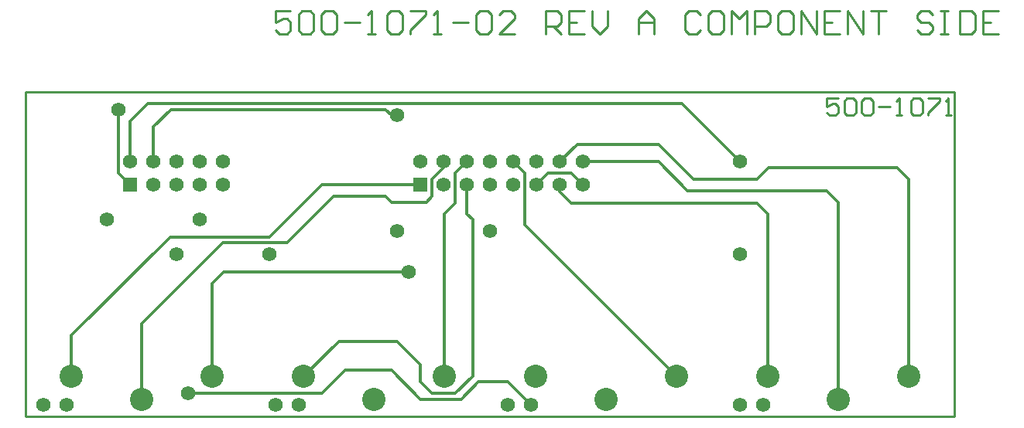
<source format=gtl>
%FSLAX24Y24*%
%MOIN*%
G70*
G01*
G75*
G04 Layer_Physical_Order=1*
G04 Layer_Color=255*
%ADD10C,0.0120*%
%ADD11C,0.0100*%
%ADD12C,0.1000*%
%ADD13C,0.0620*%
%ADD14R,0.0620X0.0620*%
D10*
X25750Y12000D02*
X27000Y10750D01*
X31500Y18266D02*
X38031Y11734D01*
X38250Y23500D02*
X40750Y21000D01*
X37250D02*
X38500Y19750D01*
X37250Y21750D02*
X38750Y20250D01*
X47531Y20750D02*
X48032Y20250D01*
X44500Y19750D02*
X45000Y19250D01*
X41500Y19218D02*
X41968Y18750D01*
X33500Y20500D02*
X34000Y20000D01*
X33000Y19719D02*
X33500Y19218D01*
X30750Y11500D02*
X31750Y10500D01*
X31000Y21000D02*
X31500Y20500D01*
X29000Y18750D02*
X29250Y18500D01*
X27000Y11500D02*
X27500Y11000D01*
X26000Y13250D02*
X27000Y12250D01*
X25500Y23250D02*
X25750Y23000D01*
X25500Y19500D02*
X25750Y19250D01*
X14000Y20500D02*
X14500Y20000D01*
X21969Y11734D02*
X23484Y13250D01*
X15000Y14000D02*
X18500Y17500D01*
X11968Y13500D02*
X16219Y17750D01*
X21250Y17500D02*
X23250Y19500D01*
X20500Y17750D02*
X22750Y20000D01*
X41500Y20250D02*
X42000Y20750D01*
X32000Y20000D02*
X32500Y20500D01*
X33000Y21000D02*
X33750Y21750D01*
X28500Y11000D02*
X29250Y11750D01*
X28750Y10750D02*
X29500Y11500D01*
X28031Y18750D02*
X28250Y18968D01*
X28500Y19218D01*
X27500Y20250D02*
X28000Y20750D01*
X28500Y20500D02*
X29000Y21000D01*
X27250Y19250D02*
X27500Y19500D01*
X22750Y11000D02*
X23000Y11250D01*
X23750Y12000D01*
X18032Y15750D02*
X18532Y16250D01*
X14500Y22750D02*
X14750Y23000D01*
X15250Y23500D01*
X15500Y22500D02*
X16250Y23250D01*
X48032Y11734D02*
Y20250D01*
X45000Y10750D02*
Y19250D01*
X41968Y11734D02*
Y18750D01*
X31500Y18266D02*
Y20500D01*
X33000Y19719D02*
Y20000D01*
X29250Y11750D02*
Y18500D01*
X28031Y11734D02*
Y18750D01*
X28000Y20750D02*
Y21000D01*
X27500Y19500D02*
Y20250D01*
X29000Y18750D02*
Y20000D01*
X28500Y19218D02*
Y20500D01*
X27000Y11500D02*
Y12250D01*
X18032Y11734D02*
Y15750D01*
X15000Y10750D02*
Y14000D01*
X14000Y20500D02*
Y23250D01*
X14500Y21000D02*
Y22750D01*
X15500Y21000D02*
Y22500D01*
X11968Y11734D02*
Y13500D01*
X15250Y23500D02*
X38250D01*
X33750Y21750D02*
X37250D01*
X25750Y23000D02*
X26000D01*
X16250Y23250D02*
X25500D01*
X38500Y19750D02*
X44500D01*
X22750Y20000D02*
X27000D01*
X32500Y20500D02*
X33500D01*
X34000Y21000D02*
X37250D01*
X38750Y20250D02*
X41500D01*
X42000Y20750D02*
X47531D01*
X16219Y17750D02*
X20500D01*
X33500Y19218D02*
X41500D01*
X27000Y19250D02*
X27250D01*
X25750D02*
X27000D01*
X23250Y19500D02*
X25500D01*
X18532Y16250D02*
X26500D01*
X18500Y17500D02*
X21250D01*
X23750Y12000D02*
X25750D01*
X23484Y13250D02*
X26000D01*
X27500Y11000D02*
X28500D01*
X29500Y11500D02*
X30750D01*
X27000Y10750D02*
X28750D01*
X17000Y11000D02*
X22750D01*
D11*
X45000Y23750D02*
X44500D01*
Y23375D01*
X44750Y23500D01*
X44875D01*
X45000Y23375D01*
Y23125D01*
X44875Y23000D01*
X44625D01*
X44500Y23125D01*
X45250Y23625D02*
X45375Y23750D01*
X45625D01*
X45750Y23625D01*
Y23125D01*
X45625Y23000D01*
X45375D01*
X45250Y23125D01*
Y23625D01*
X46000D02*
X46124Y23750D01*
X46374D01*
X46499Y23625D01*
Y23125D01*
X46374Y23000D01*
X46124D01*
X46000Y23125D01*
Y23625D01*
X46749Y23375D02*
X47249D01*
X47499Y23000D02*
X47749D01*
X47624D01*
Y23750D01*
X47499Y23625D01*
X48124D02*
X48249Y23750D01*
X48499D01*
X48624Y23625D01*
Y23125D01*
X48499Y23000D01*
X48249D01*
X48124Y23125D01*
Y23625D01*
X48874Y23750D02*
X49373D01*
Y23625D01*
X48874Y23125D01*
Y23000D01*
X49623D02*
X49873D01*
X49748D01*
Y23750D01*
X49623Y23625D01*
X21416Y27500D02*
X20750D01*
Y27000D01*
X21083Y27166D01*
X21250D01*
X21416Y27000D01*
Y26667D01*
X21250Y26500D01*
X20917D01*
X20750Y26667D01*
X21750Y27333D02*
X21916Y27500D01*
X22250D01*
X22416Y27333D01*
Y26667D01*
X22250Y26500D01*
X21916D01*
X21750Y26667D01*
Y27333D01*
X22749D02*
X22916Y27500D01*
X23249D01*
X23416Y27333D01*
Y26667D01*
X23249Y26500D01*
X22916D01*
X22749Y26667D01*
Y27333D01*
X23749Y27000D02*
X24415D01*
X24749Y26500D02*
X25082D01*
X24915D01*
Y27500D01*
X24749Y27333D01*
X25582D02*
X25748Y27500D01*
X26082D01*
X26248Y27333D01*
Y26667D01*
X26082Y26500D01*
X25748D01*
X25582Y26667D01*
Y27333D01*
X26581Y27500D02*
X27248D01*
Y27333D01*
X26581Y26667D01*
Y26500D01*
X27581D02*
X27914D01*
X27748D01*
Y27500D01*
X27581Y27333D01*
X28414Y27000D02*
X29081D01*
X29414Y27333D02*
X29580Y27500D01*
X29914D01*
X30080Y27333D01*
Y26667D01*
X29914Y26500D01*
X29580D01*
X29414Y26667D01*
Y27333D01*
X31080Y26500D02*
X30414D01*
X31080Y27166D01*
Y27333D01*
X30913Y27500D01*
X30580D01*
X30414Y27333D01*
X32413Y26500D02*
Y27500D01*
X32913D01*
X33079Y27333D01*
Y27000D01*
X32913Y26833D01*
X32413D01*
X32746D02*
X33079Y26500D01*
X34079Y27500D02*
X33413D01*
Y26500D01*
X34079D01*
X33413Y27000D02*
X33746D01*
X34412Y27500D02*
Y26833D01*
X34745Y26500D01*
X35079Y26833D01*
Y27500D01*
X36412Y26500D02*
Y27166D01*
X36745Y27500D01*
X37078Y27166D01*
Y26500D01*
Y27000D01*
X36412D01*
X39077Y27333D02*
X38911Y27500D01*
X38578D01*
X38411Y27333D01*
Y26667D01*
X38578Y26500D01*
X38911D01*
X39077Y26667D01*
X39910Y27500D02*
X39577D01*
X39411Y27333D01*
Y26667D01*
X39577Y26500D01*
X39910D01*
X40077Y26667D01*
Y27333D01*
X39910Y27500D01*
X40410Y26500D02*
Y27500D01*
X40744Y27166D01*
X41077Y27500D01*
Y26500D01*
X41410D02*
Y27500D01*
X41910D01*
X42076Y27333D01*
Y27000D01*
X41910Y26833D01*
X41410D01*
X42910Y27500D02*
X42576D01*
X42410Y27333D01*
Y26667D01*
X42576Y26500D01*
X42910D01*
X43076Y26667D01*
Y27333D01*
X42910Y27500D01*
X43409Y26500D02*
Y27500D01*
X44076Y26500D01*
Y27500D01*
X45075D02*
X44409D01*
Y26500D01*
X45075D01*
X44409Y27000D02*
X44742D01*
X45409Y26500D02*
Y27500D01*
X46075Y26500D01*
Y27500D01*
X46408D02*
X47075D01*
X46742D01*
Y26500D01*
X49074Y27333D02*
X48908Y27500D01*
X48574D01*
X48408Y27333D01*
Y27166D01*
X48574Y27000D01*
X48908D01*
X49074Y26833D01*
Y26667D01*
X48908Y26500D01*
X48574D01*
X48408Y26667D01*
X49407Y27500D02*
X49741D01*
X49574D01*
Y26500D01*
X49407D01*
X49741D01*
X50240Y27500D02*
Y26500D01*
X50740D01*
X50907Y26667D01*
Y27333D01*
X50740Y27500D01*
X50240D01*
X51907D02*
X51240D01*
Y26500D01*
X51907D01*
X51240Y27000D02*
X51573D01*
X10000Y10000D02*
Y24000D01*
X50000Y10000D02*
Y24000D01*
X10000D02*
X50000D01*
X10000Y10000D02*
X50000D01*
D12*
X45000Y10750D02*
D03*
X41968Y11734D02*
D03*
X48032D02*
D03*
X35000Y10750D02*
D03*
X31969Y11734D02*
D03*
X38031D02*
D03*
X25000Y10750D02*
D03*
X21969Y11734D02*
D03*
X28031D02*
D03*
X15000Y10750D02*
D03*
X11968Y11734D02*
D03*
X18032D02*
D03*
D13*
X11750Y10500D02*
D03*
X10750D02*
D03*
X13500Y18500D02*
D03*
X17500D02*
D03*
Y21000D02*
D03*
X14500D02*
D03*
X15500Y20000D02*
D03*
Y21000D02*
D03*
X16500Y20000D02*
D03*
Y21000D02*
D03*
X17500Y20000D02*
D03*
X18500D02*
D03*
Y21000D02*
D03*
X21750Y10500D02*
D03*
X20750D02*
D03*
X27000Y21000D02*
D03*
X28000Y20000D02*
D03*
Y21000D02*
D03*
X29000Y20000D02*
D03*
Y21000D02*
D03*
X30000Y20000D02*
D03*
Y21000D02*
D03*
X31000Y20000D02*
D03*
Y21000D02*
D03*
X32000Y20000D02*
D03*
Y21000D02*
D03*
X33000Y20000D02*
D03*
Y21000D02*
D03*
X34000Y20000D02*
D03*
Y21000D02*
D03*
X30000Y18000D02*
D03*
X26000D02*
D03*
X20500Y17000D02*
D03*
X16500D02*
D03*
X31750Y10500D02*
D03*
X30750D02*
D03*
X41750D02*
D03*
X40750D02*
D03*
Y17000D02*
D03*
Y21000D02*
D03*
X26000Y23000D02*
D03*
X26500Y16250D02*
D03*
X17000Y11000D02*
D03*
X14000Y23250D02*
D03*
D14*
X14500Y20000D02*
D03*
X27000D02*
D03*
M02*

</source>
